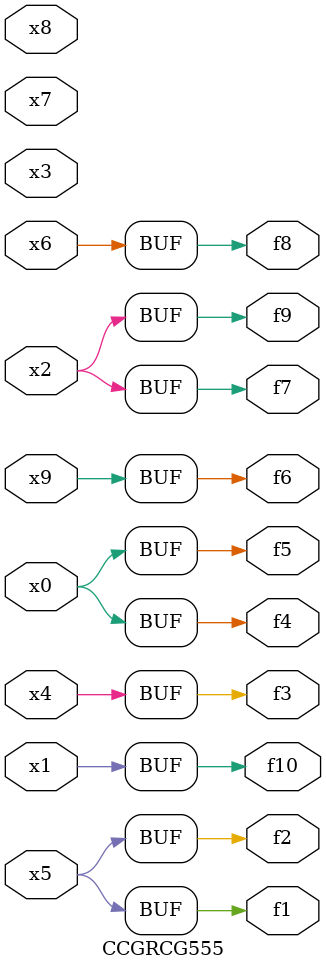
<source format=v>
module CCGRCG555(
	input x0, x1, x2, x3, x4, x5, x6, x7, x8, x9,
	output f1, f2, f3, f4, f5, f6, f7, f8, f9, f10
);
	assign f1 = x5;
	assign f2 = x5;
	assign f3 = x4;
	assign f4 = x0;
	assign f5 = x0;
	assign f6 = x9;
	assign f7 = x2;
	assign f8 = x6;
	assign f9 = x2;
	assign f10 = x1;
endmodule

</source>
